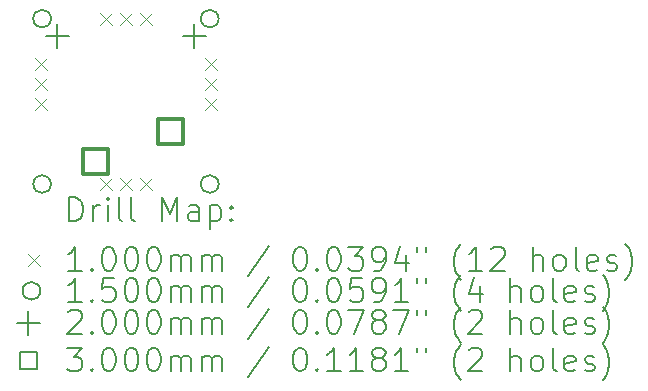
<source format=gbr>
%TF.GenerationSoftware,KiCad,Pcbnew,7.0.2*%
%TF.CreationDate,2023-05-08T22:38:28+02:00*%
%TF.ProjectId,verasity_PCB,76657261-7369-4747-995f-5043422e6b69,rev?*%
%TF.SameCoordinates,Original*%
%TF.FileFunction,Drillmap*%
%TF.FilePolarity,Positive*%
%FSLAX45Y45*%
G04 Gerber Fmt 4.5, Leading zero omitted, Abs format (unit mm)*
G04 Created by KiCad (PCBNEW 7.0.2) date 2023-05-08 22:38:28*
%MOMM*%
%LPD*%
G01*
G04 APERTURE LIST*
%ADD10C,0.200000*%
%ADD11C,0.100000*%
%ADD12C,0.150000*%
%ADD13C,0.300000*%
G04 APERTURE END LIST*
D10*
D11*
X3379375Y-9033000D02*
X3479375Y-9133000D01*
X3479375Y-9033000D02*
X3379375Y-9133000D01*
X3379375Y-9203000D02*
X3479375Y-9303000D01*
X3479375Y-9203000D02*
X3379375Y-9303000D01*
X3379375Y-9373000D02*
X3479375Y-9473000D01*
X3479375Y-9373000D02*
X3379375Y-9473000D01*
X3929375Y-8648000D02*
X4029375Y-8748000D01*
X4029375Y-8648000D02*
X3929375Y-8748000D01*
X3929375Y-10048000D02*
X4029375Y-10148000D01*
X4029375Y-10048000D02*
X3929375Y-10148000D01*
X4099375Y-8648000D02*
X4199375Y-8748000D01*
X4199375Y-8648000D02*
X4099375Y-8748000D01*
X4099375Y-10048000D02*
X4199375Y-10148000D01*
X4199375Y-10048000D02*
X4099375Y-10148000D01*
X4269375Y-8648000D02*
X4369375Y-8748000D01*
X4369375Y-8648000D02*
X4269375Y-8748000D01*
X4269375Y-10048000D02*
X4369375Y-10148000D01*
X4369375Y-10048000D02*
X4269375Y-10148000D01*
X4819375Y-9033000D02*
X4919375Y-9133000D01*
X4919375Y-9033000D02*
X4819375Y-9133000D01*
X4819375Y-9203000D02*
X4919375Y-9303000D01*
X4919375Y-9203000D02*
X4819375Y-9303000D01*
X4819375Y-9373000D02*
X4919375Y-9473000D01*
X4919375Y-9373000D02*
X4819375Y-9473000D01*
D12*
X3514375Y-8698000D02*
G75*
G03*
X3514375Y-8698000I-75000J0D01*
G01*
X3514375Y-10098000D02*
G75*
G03*
X3514375Y-10098000I-75000J0D01*
G01*
X4934375Y-8698000D02*
G75*
G03*
X4934375Y-8698000I-75000J0D01*
G01*
X4934375Y-10098000D02*
G75*
G03*
X4934375Y-10098000I-75000J0D01*
G01*
D10*
X3569375Y-8743000D02*
X3569375Y-8943000D01*
X3469375Y-8843000D02*
X3669375Y-8843000D01*
X4729375Y-8743000D02*
X4729375Y-8943000D01*
X4629375Y-8843000D02*
X4829375Y-8843000D01*
D13*
X4001442Y-10012067D02*
X4001442Y-9799933D01*
X3789308Y-9799933D01*
X3789308Y-10012067D01*
X4001442Y-10012067D01*
X4636442Y-9758067D02*
X4636442Y-9545933D01*
X4424308Y-9545933D01*
X4424308Y-9758067D01*
X4636442Y-9758067D01*
D10*
X3671494Y-10411024D02*
X3671494Y-10211024D01*
X3671494Y-10211024D02*
X3719113Y-10211024D01*
X3719113Y-10211024D02*
X3747684Y-10220548D01*
X3747684Y-10220548D02*
X3766732Y-10239595D01*
X3766732Y-10239595D02*
X3776256Y-10258643D01*
X3776256Y-10258643D02*
X3785780Y-10296738D01*
X3785780Y-10296738D02*
X3785780Y-10325310D01*
X3785780Y-10325310D02*
X3776256Y-10363405D01*
X3776256Y-10363405D02*
X3766732Y-10382452D01*
X3766732Y-10382452D02*
X3747684Y-10401500D01*
X3747684Y-10401500D02*
X3719113Y-10411024D01*
X3719113Y-10411024D02*
X3671494Y-10411024D01*
X3871494Y-10411024D02*
X3871494Y-10277690D01*
X3871494Y-10315786D02*
X3881018Y-10296738D01*
X3881018Y-10296738D02*
X3890542Y-10287214D01*
X3890542Y-10287214D02*
X3909589Y-10277690D01*
X3909589Y-10277690D02*
X3928637Y-10277690D01*
X3995303Y-10411024D02*
X3995303Y-10277690D01*
X3995303Y-10211024D02*
X3985780Y-10220548D01*
X3985780Y-10220548D02*
X3995303Y-10230071D01*
X3995303Y-10230071D02*
X4004827Y-10220548D01*
X4004827Y-10220548D02*
X3995303Y-10211024D01*
X3995303Y-10211024D02*
X3995303Y-10230071D01*
X4119113Y-10411024D02*
X4100065Y-10401500D01*
X4100065Y-10401500D02*
X4090542Y-10382452D01*
X4090542Y-10382452D02*
X4090542Y-10211024D01*
X4223875Y-10411024D02*
X4204827Y-10401500D01*
X4204827Y-10401500D02*
X4195304Y-10382452D01*
X4195304Y-10382452D02*
X4195304Y-10211024D01*
X4452446Y-10411024D02*
X4452446Y-10211024D01*
X4452446Y-10211024D02*
X4519113Y-10353881D01*
X4519113Y-10353881D02*
X4585780Y-10211024D01*
X4585780Y-10211024D02*
X4585780Y-10411024D01*
X4766732Y-10411024D02*
X4766732Y-10306262D01*
X4766732Y-10306262D02*
X4757208Y-10287214D01*
X4757208Y-10287214D02*
X4738161Y-10277690D01*
X4738161Y-10277690D02*
X4700065Y-10277690D01*
X4700065Y-10277690D02*
X4681018Y-10287214D01*
X4766732Y-10401500D02*
X4747685Y-10411024D01*
X4747685Y-10411024D02*
X4700065Y-10411024D01*
X4700065Y-10411024D02*
X4681018Y-10401500D01*
X4681018Y-10401500D02*
X4671494Y-10382452D01*
X4671494Y-10382452D02*
X4671494Y-10363405D01*
X4671494Y-10363405D02*
X4681018Y-10344357D01*
X4681018Y-10344357D02*
X4700065Y-10334833D01*
X4700065Y-10334833D02*
X4747685Y-10334833D01*
X4747685Y-10334833D02*
X4766732Y-10325310D01*
X4861970Y-10277690D02*
X4861970Y-10477690D01*
X4861970Y-10287214D02*
X4881018Y-10277690D01*
X4881018Y-10277690D02*
X4919113Y-10277690D01*
X4919113Y-10277690D02*
X4938161Y-10287214D01*
X4938161Y-10287214D02*
X4947685Y-10296738D01*
X4947685Y-10296738D02*
X4957208Y-10315786D01*
X4957208Y-10315786D02*
X4957208Y-10372929D01*
X4957208Y-10372929D02*
X4947685Y-10391976D01*
X4947685Y-10391976D02*
X4938161Y-10401500D01*
X4938161Y-10401500D02*
X4919113Y-10411024D01*
X4919113Y-10411024D02*
X4881018Y-10411024D01*
X4881018Y-10411024D02*
X4861970Y-10401500D01*
X5042923Y-10391976D02*
X5052446Y-10401500D01*
X5052446Y-10401500D02*
X5042923Y-10411024D01*
X5042923Y-10411024D02*
X5033399Y-10401500D01*
X5033399Y-10401500D02*
X5042923Y-10391976D01*
X5042923Y-10391976D02*
X5042923Y-10411024D01*
X5042923Y-10287214D02*
X5052446Y-10296738D01*
X5052446Y-10296738D02*
X5042923Y-10306262D01*
X5042923Y-10306262D02*
X5033399Y-10296738D01*
X5033399Y-10296738D02*
X5042923Y-10287214D01*
X5042923Y-10287214D02*
X5042923Y-10306262D01*
D11*
X3323875Y-10688500D02*
X3423875Y-10788500D01*
X3423875Y-10688500D02*
X3323875Y-10788500D01*
D10*
X3776256Y-10831024D02*
X3661970Y-10831024D01*
X3719113Y-10831024D02*
X3719113Y-10631024D01*
X3719113Y-10631024D02*
X3700065Y-10659595D01*
X3700065Y-10659595D02*
X3681018Y-10678643D01*
X3681018Y-10678643D02*
X3661970Y-10688167D01*
X3861970Y-10811976D02*
X3871494Y-10821500D01*
X3871494Y-10821500D02*
X3861970Y-10831024D01*
X3861970Y-10831024D02*
X3852446Y-10821500D01*
X3852446Y-10821500D02*
X3861970Y-10811976D01*
X3861970Y-10811976D02*
X3861970Y-10831024D01*
X3995303Y-10631024D02*
X4014351Y-10631024D01*
X4014351Y-10631024D02*
X4033399Y-10640548D01*
X4033399Y-10640548D02*
X4042923Y-10650071D01*
X4042923Y-10650071D02*
X4052446Y-10669119D01*
X4052446Y-10669119D02*
X4061970Y-10707214D01*
X4061970Y-10707214D02*
X4061970Y-10754833D01*
X4061970Y-10754833D02*
X4052446Y-10792929D01*
X4052446Y-10792929D02*
X4042923Y-10811976D01*
X4042923Y-10811976D02*
X4033399Y-10821500D01*
X4033399Y-10821500D02*
X4014351Y-10831024D01*
X4014351Y-10831024D02*
X3995303Y-10831024D01*
X3995303Y-10831024D02*
X3976256Y-10821500D01*
X3976256Y-10821500D02*
X3966732Y-10811976D01*
X3966732Y-10811976D02*
X3957208Y-10792929D01*
X3957208Y-10792929D02*
X3947684Y-10754833D01*
X3947684Y-10754833D02*
X3947684Y-10707214D01*
X3947684Y-10707214D02*
X3957208Y-10669119D01*
X3957208Y-10669119D02*
X3966732Y-10650071D01*
X3966732Y-10650071D02*
X3976256Y-10640548D01*
X3976256Y-10640548D02*
X3995303Y-10631024D01*
X4185780Y-10631024D02*
X4204827Y-10631024D01*
X4204827Y-10631024D02*
X4223875Y-10640548D01*
X4223875Y-10640548D02*
X4233399Y-10650071D01*
X4233399Y-10650071D02*
X4242923Y-10669119D01*
X4242923Y-10669119D02*
X4252446Y-10707214D01*
X4252446Y-10707214D02*
X4252446Y-10754833D01*
X4252446Y-10754833D02*
X4242923Y-10792929D01*
X4242923Y-10792929D02*
X4233399Y-10811976D01*
X4233399Y-10811976D02*
X4223875Y-10821500D01*
X4223875Y-10821500D02*
X4204827Y-10831024D01*
X4204827Y-10831024D02*
X4185780Y-10831024D01*
X4185780Y-10831024D02*
X4166732Y-10821500D01*
X4166732Y-10821500D02*
X4157208Y-10811976D01*
X4157208Y-10811976D02*
X4147684Y-10792929D01*
X4147684Y-10792929D02*
X4138161Y-10754833D01*
X4138161Y-10754833D02*
X4138161Y-10707214D01*
X4138161Y-10707214D02*
X4147684Y-10669119D01*
X4147684Y-10669119D02*
X4157208Y-10650071D01*
X4157208Y-10650071D02*
X4166732Y-10640548D01*
X4166732Y-10640548D02*
X4185780Y-10631024D01*
X4376256Y-10631024D02*
X4395304Y-10631024D01*
X4395304Y-10631024D02*
X4414351Y-10640548D01*
X4414351Y-10640548D02*
X4423875Y-10650071D01*
X4423875Y-10650071D02*
X4433399Y-10669119D01*
X4433399Y-10669119D02*
X4442923Y-10707214D01*
X4442923Y-10707214D02*
X4442923Y-10754833D01*
X4442923Y-10754833D02*
X4433399Y-10792929D01*
X4433399Y-10792929D02*
X4423875Y-10811976D01*
X4423875Y-10811976D02*
X4414351Y-10821500D01*
X4414351Y-10821500D02*
X4395304Y-10831024D01*
X4395304Y-10831024D02*
X4376256Y-10831024D01*
X4376256Y-10831024D02*
X4357208Y-10821500D01*
X4357208Y-10821500D02*
X4347685Y-10811976D01*
X4347685Y-10811976D02*
X4338161Y-10792929D01*
X4338161Y-10792929D02*
X4328637Y-10754833D01*
X4328637Y-10754833D02*
X4328637Y-10707214D01*
X4328637Y-10707214D02*
X4338161Y-10669119D01*
X4338161Y-10669119D02*
X4347685Y-10650071D01*
X4347685Y-10650071D02*
X4357208Y-10640548D01*
X4357208Y-10640548D02*
X4376256Y-10631024D01*
X4528637Y-10831024D02*
X4528637Y-10697690D01*
X4528637Y-10716738D02*
X4538161Y-10707214D01*
X4538161Y-10707214D02*
X4557208Y-10697690D01*
X4557208Y-10697690D02*
X4585780Y-10697690D01*
X4585780Y-10697690D02*
X4604827Y-10707214D01*
X4604827Y-10707214D02*
X4614351Y-10726262D01*
X4614351Y-10726262D02*
X4614351Y-10831024D01*
X4614351Y-10726262D02*
X4623875Y-10707214D01*
X4623875Y-10707214D02*
X4642923Y-10697690D01*
X4642923Y-10697690D02*
X4671494Y-10697690D01*
X4671494Y-10697690D02*
X4690542Y-10707214D01*
X4690542Y-10707214D02*
X4700066Y-10726262D01*
X4700066Y-10726262D02*
X4700066Y-10831024D01*
X4795304Y-10831024D02*
X4795304Y-10697690D01*
X4795304Y-10716738D02*
X4804827Y-10707214D01*
X4804827Y-10707214D02*
X4823875Y-10697690D01*
X4823875Y-10697690D02*
X4852447Y-10697690D01*
X4852447Y-10697690D02*
X4871494Y-10707214D01*
X4871494Y-10707214D02*
X4881018Y-10726262D01*
X4881018Y-10726262D02*
X4881018Y-10831024D01*
X4881018Y-10726262D02*
X4890542Y-10707214D01*
X4890542Y-10707214D02*
X4909589Y-10697690D01*
X4909589Y-10697690D02*
X4938161Y-10697690D01*
X4938161Y-10697690D02*
X4957208Y-10707214D01*
X4957208Y-10707214D02*
X4966732Y-10726262D01*
X4966732Y-10726262D02*
X4966732Y-10831024D01*
X5357208Y-10621500D02*
X5185780Y-10878643D01*
X5614351Y-10631024D02*
X5633399Y-10631024D01*
X5633399Y-10631024D02*
X5652447Y-10640548D01*
X5652447Y-10640548D02*
X5661970Y-10650071D01*
X5661970Y-10650071D02*
X5671494Y-10669119D01*
X5671494Y-10669119D02*
X5681018Y-10707214D01*
X5681018Y-10707214D02*
X5681018Y-10754833D01*
X5681018Y-10754833D02*
X5671494Y-10792929D01*
X5671494Y-10792929D02*
X5661970Y-10811976D01*
X5661970Y-10811976D02*
X5652447Y-10821500D01*
X5652447Y-10821500D02*
X5633399Y-10831024D01*
X5633399Y-10831024D02*
X5614351Y-10831024D01*
X5614351Y-10831024D02*
X5595304Y-10821500D01*
X5595304Y-10821500D02*
X5585780Y-10811976D01*
X5585780Y-10811976D02*
X5576256Y-10792929D01*
X5576256Y-10792929D02*
X5566732Y-10754833D01*
X5566732Y-10754833D02*
X5566732Y-10707214D01*
X5566732Y-10707214D02*
X5576256Y-10669119D01*
X5576256Y-10669119D02*
X5585780Y-10650071D01*
X5585780Y-10650071D02*
X5595304Y-10640548D01*
X5595304Y-10640548D02*
X5614351Y-10631024D01*
X5766732Y-10811976D02*
X5776256Y-10821500D01*
X5776256Y-10821500D02*
X5766732Y-10831024D01*
X5766732Y-10831024D02*
X5757208Y-10821500D01*
X5757208Y-10821500D02*
X5766732Y-10811976D01*
X5766732Y-10811976D02*
X5766732Y-10831024D01*
X5900066Y-10631024D02*
X5919113Y-10631024D01*
X5919113Y-10631024D02*
X5938161Y-10640548D01*
X5938161Y-10640548D02*
X5947685Y-10650071D01*
X5947685Y-10650071D02*
X5957208Y-10669119D01*
X5957208Y-10669119D02*
X5966732Y-10707214D01*
X5966732Y-10707214D02*
X5966732Y-10754833D01*
X5966732Y-10754833D02*
X5957208Y-10792929D01*
X5957208Y-10792929D02*
X5947685Y-10811976D01*
X5947685Y-10811976D02*
X5938161Y-10821500D01*
X5938161Y-10821500D02*
X5919113Y-10831024D01*
X5919113Y-10831024D02*
X5900066Y-10831024D01*
X5900066Y-10831024D02*
X5881018Y-10821500D01*
X5881018Y-10821500D02*
X5871494Y-10811976D01*
X5871494Y-10811976D02*
X5861970Y-10792929D01*
X5861970Y-10792929D02*
X5852447Y-10754833D01*
X5852447Y-10754833D02*
X5852447Y-10707214D01*
X5852447Y-10707214D02*
X5861970Y-10669119D01*
X5861970Y-10669119D02*
X5871494Y-10650071D01*
X5871494Y-10650071D02*
X5881018Y-10640548D01*
X5881018Y-10640548D02*
X5900066Y-10631024D01*
X6033399Y-10631024D02*
X6157208Y-10631024D01*
X6157208Y-10631024D02*
X6090542Y-10707214D01*
X6090542Y-10707214D02*
X6119113Y-10707214D01*
X6119113Y-10707214D02*
X6138161Y-10716738D01*
X6138161Y-10716738D02*
X6147685Y-10726262D01*
X6147685Y-10726262D02*
X6157208Y-10745310D01*
X6157208Y-10745310D02*
X6157208Y-10792929D01*
X6157208Y-10792929D02*
X6147685Y-10811976D01*
X6147685Y-10811976D02*
X6138161Y-10821500D01*
X6138161Y-10821500D02*
X6119113Y-10831024D01*
X6119113Y-10831024D02*
X6061970Y-10831024D01*
X6061970Y-10831024D02*
X6042923Y-10821500D01*
X6042923Y-10821500D02*
X6033399Y-10811976D01*
X6252447Y-10831024D02*
X6290542Y-10831024D01*
X6290542Y-10831024D02*
X6309589Y-10821500D01*
X6309589Y-10821500D02*
X6319113Y-10811976D01*
X6319113Y-10811976D02*
X6338161Y-10783405D01*
X6338161Y-10783405D02*
X6347685Y-10745310D01*
X6347685Y-10745310D02*
X6347685Y-10669119D01*
X6347685Y-10669119D02*
X6338161Y-10650071D01*
X6338161Y-10650071D02*
X6328637Y-10640548D01*
X6328637Y-10640548D02*
X6309589Y-10631024D01*
X6309589Y-10631024D02*
X6271494Y-10631024D01*
X6271494Y-10631024D02*
X6252447Y-10640548D01*
X6252447Y-10640548D02*
X6242923Y-10650071D01*
X6242923Y-10650071D02*
X6233399Y-10669119D01*
X6233399Y-10669119D02*
X6233399Y-10716738D01*
X6233399Y-10716738D02*
X6242923Y-10735786D01*
X6242923Y-10735786D02*
X6252447Y-10745310D01*
X6252447Y-10745310D02*
X6271494Y-10754833D01*
X6271494Y-10754833D02*
X6309589Y-10754833D01*
X6309589Y-10754833D02*
X6328637Y-10745310D01*
X6328637Y-10745310D02*
X6338161Y-10735786D01*
X6338161Y-10735786D02*
X6347685Y-10716738D01*
X6519113Y-10697690D02*
X6519113Y-10831024D01*
X6471494Y-10621500D02*
X6423875Y-10764357D01*
X6423875Y-10764357D02*
X6547685Y-10764357D01*
X6614351Y-10631024D02*
X6614351Y-10669119D01*
X6690542Y-10631024D02*
X6690542Y-10669119D01*
X6985780Y-10907214D02*
X6976256Y-10897690D01*
X6976256Y-10897690D02*
X6957209Y-10869119D01*
X6957209Y-10869119D02*
X6947685Y-10850071D01*
X6947685Y-10850071D02*
X6938161Y-10821500D01*
X6938161Y-10821500D02*
X6928637Y-10773881D01*
X6928637Y-10773881D02*
X6928637Y-10735786D01*
X6928637Y-10735786D02*
X6938161Y-10688167D01*
X6938161Y-10688167D02*
X6947685Y-10659595D01*
X6947685Y-10659595D02*
X6957209Y-10640548D01*
X6957209Y-10640548D02*
X6976256Y-10611976D01*
X6976256Y-10611976D02*
X6985780Y-10602452D01*
X7166732Y-10831024D02*
X7052447Y-10831024D01*
X7109589Y-10831024D02*
X7109589Y-10631024D01*
X7109589Y-10631024D02*
X7090542Y-10659595D01*
X7090542Y-10659595D02*
X7071494Y-10678643D01*
X7071494Y-10678643D02*
X7052447Y-10688167D01*
X7242923Y-10650071D02*
X7252447Y-10640548D01*
X7252447Y-10640548D02*
X7271494Y-10631024D01*
X7271494Y-10631024D02*
X7319113Y-10631024D01*
X7319113Y-10631024D02*
X7338161Y-10640548D01*
X7338161Y-10640548D02*
X7347685Y-10650071D01*
X7347685Y-10650071D02*
X7357209Y-10669119D01*
X7357209Y-10669119D02*
X7357209Y-10688167D01*
X7357209Y-10688167D02*
X7347685Y-10716738D01*
X7347685Y-10716738D02*
X7233399Y-10831024D01*
X7233399Y-10831024D02*
X7357209Y-10831024D01*
X7595304Y-10831024D02*
X7595304Y-10631024D01*
X7681018Y-10831024D02*
X7681018Y-10726262D01*
X7681018Y-10726262D02*
X7671494Y-10707214D01*
X7671494Y-10707214D02*
X7652447Y-10697690D01*
X7652447Y-10697690D02*
X7623875Y-10697690D01*
X7623875Y-10697690D02*
X7604828Y-10707214D01*
X7604828Y-10707214D02*
X7595304Y-10716738D01*
X7804828Y-10831024D02*
X7785780Y-10821500D01*
X7785780Y-10821500D02*
X7776256Y-10811976D01*
X7776256Y-10811976D02*
X7766732Y-10792929D01*
X7766732Y-10792929D02*
X7766732Y-10735786D01*
X7766732Y-10735786D02*
X7776256Y-10716738D01*
X7776256Y-10716738D02*
X7785780Y-10707214D01*
X7785780Y-10707214D02*
X7804828Y-10697690D01*
X7804828Y-10697690D02*
X7833399Y-10697690D01*
X7833399Y-10697690D02*
X7852447Y-10707214D01*
X7852447Y-10707214D02*
X7861971Y-10716738D01*
X7861971Y-10716738D02*
X7871494Y-10735786D01*
X7871494Y-10735786D02*
X7871494Y-10792929D01*
X7871494Y-10792929D02*
X7861971Y-10811976D01*
X7861971Y-10811976D02*
X7852447Y-10821500D01*
X7852447Y-10821500D02*
X7833399Y-10831024D01*
X7833399Y-10831024D02*
X7804828Y-10831024D01*
X7985780Y-10831024D02*
X7966732Y-10821500D01*
X7966732Y-10821500D02*
X7957209Y-10802452D01*
X7957209Y-10802452D02*
X7957209Y-10631024D01*
X8138161Y-10821500D02*
X8119113Y-10831024D01*
X8119113Y-10831024D02*
X8081018Y-10831024D01*
X8081018Y-10831024D02*
X8061971Y-10821500D01*
X8061971Y-10821500D02*
X8052447Y-10802452D01*
X8052447Y-10802452D02*
X8052447Y-10726262D01*
X8052447Y-10726262D02*
X8061971Y-10707214D01*
X8061971Y-10707214D02*
X8081018Y-10697690D01*
X8081018Y-10697690D02*
X8119113Y-10697690D01*
X8119113Y-10697690D02*
X8138161Y-10707214D01*
X8138161Y-10707214D02*
X8147685Y-10726262D01*
X8147685Y-10726262D02*
X8147685Y-10745310D01*
X8147685Y-10745310D02*
X8052447Y-10764357D01*
X8223875Y-10821500D02*
X8242923Y-10831024D01*
X8242923Y-10831024D02*
X8281018Y-10831024D01*
X8281018Y-10831024D02*
X8300066Y-10821500D01*
X8300066Y-10821500D02*
X8309590Y-10802452D01*
X8309590Y-10802452D02*
X8309590Y-10792929D01*
X8309590Y-10792929D02*
X8300066Y-10773881D01*
X8300066Y-10773881D02*
X8281018Y-10764357D01*
X8281018Y-10764357D02*
X8252447Y-10764357D01*
X8252447Y-10764357D02*
X8233399Y-10754833D01*
X8233399Y-10754833D02*
X8223875Y-10735786D01*
X8223875Y-10735786D02*
X8223875Y-10726262D01*
X8223875Y-10726262D02*
X8233399Y-10707214D01*
X8233399Y-10707214D02*
X8252447Y-10697690D01*
X8252447Y-10697690D02*
X8281018Y-10697690D01*
X8281018Y-10697690D02*
X8300066Y-10707214D01*
X8376256Y-10907214D02*
X8385780Y-10897690D01*
X8385780Y-10897690D02*
X8404828Y-10869119D01*
X8404828Y-10869119D02*
X8414352Y-10850071D01*
X8414352Y-10850071D02*
X8423875Y-10821500D01*
X8423875Y-10821500D02*
X8433399Y-10773881D01*
X8433399Y-10773881D02*
X8433399Y-10735786D01*
X8433399Y-10735786D02*
X8423875Y-10688167D01*
X8423875Y-10688167D02*
X8414352Y-10659595D01*
X8414352Y-10659595D02*
X8404828Y-10640548D01*
X8404828Y-10640548D02*
X8385780Y-10611976D01*
X8385780Y-10611976D02*
X8376256Y-10602452D01*
D12*
X3423875Y-11002500D02*
G75*
G03*
X3423875Y-11002500I-75000J0D01*
G01*
D10*
X3776256Y-11095024D02*
X3661970Y-11095024D01*
X3719113Y-11095024D02*
X3719113Y-10895024D01*
X3719113Y-10895024D02*
X3700065Y-10923595D01*
X3700065Y-10923595D02*
X3681018Y-10942643D01*
X3681018Y-10942643D02*
X3661970Y-10952167D01*
X3861970Y-11075976D02*
X3871494Y-11085500D01*
X3871494Y-11085500D02*
X3861970Y-11095024D01*
X3861970Y-11095024D02*
X3852446Y-11085500D01*
X3852446Y-11085500D02*
X3861970Y-11075976D01*
X3861970Y-11075976D02*
X3861970Y-11095024D01*
X4052446Y-10895024D02*
X3957208Y-10895024D01*
X3957208Y-10895024D02*
X3947684Y-10990262D01*
X3947684Y-10990262D02*
X3957208Y-10980738D01*
X3957208Y-10980738D02*
X3976256Y-10971214D01*
X3976256Y-10971214D02*
X4023875Y-10971214D01*
X4023875Y-10971214D02*
X4042923Y-10980738D01*
X4042923Y-10980738D02*
X4052446Y-10990262D01*
X4052446Y-10990262D02*
X4061970Y-11009310D01*
X4061970Y-11009310D02*
X4061970Y-11056929D01*
X4061970Y-11056929D02*
X4052446Y-11075976D01*
X4052446Y-11075976D02*
X4042923Y-11085500D01*
X4042923Y-11085500D02*
X4023875Y-11095024D01*
X4023875Y-11095024D02*
X3976256Y-11095024D01*
X3976256Y-11095024D02*
X3957208Y-11085500D01*
X3957208Y-11085500D02*
X3947684Y-11075976D01*
X4185780Y-10895024D02*
X4204827Y-10895024D01*
X4204827Y-10895024D02*
X4223875Y-10904548D01*
X4223875Y-10904548D02*
X4233399Y-10914071D01*
X4233399Y-10914071D02*
X4242923Y-10933119D01*
X4242923Y-10933119D02*
X4252446Y-10971214D01*
X4252446Y-10971214D02*
X4252446Y-11018833D01*
X4252446Y-11018833D02*
X4242923Y-11056929D01*
X4242923Y-11056929D02*
X4233399Y-11075976D01*
X4233399Y-11075976D02*
X4223875Y-11085500D01*
X4223875Y-11085500D02*
X4204827Y-11095024D01*
X4204827Y-11095024D02*
X4185780Y-11095024D01*
X4185780Y-11095024D02*
X4166732Y-11085500D01*
X4166732Y-11085500D02*
X4157208Y-11075976D01*
X4157208Y-11075976D02*
X4147684Y-11056929D01*
X4147684Y-11056929D02*
X4138161Y-11018833D01*
X4138161Y-11018833D02*
X4138161Y-10971214D01*
X4138161Y-10971214D02*
X4147684Y-10933119D01*
X4147684Y-10933119D02*
X4157208Y-10914071D01*
X4157208Y-10914071D02*
X4166732Y-10904548D01*
X4166732Y-10904548D02*
X4185780Y-10895024D01*
X4376256Y-10895024D02*
X4395304Y-10895024D01*
X4395304Y-10895024D02*
X4414351Y-10904548D01*
X4414351Y-10904548D02*
X4423875Y-10914071D01*
X4423875Y-10914071D02*
X4433399Y-10933119D01*
X4433399Y-10933119D02*
X4442923Y-10971214D01*
X4442923Y-10971214D02*
X4442923Y-11018833D01*
X4442923Y-11018833D02*
X4433399Y-11056929D01*
X4433399Y-11056929D02*
X4423875Y-11075976D01*
X4423875Y-11075976D02*
X4414351Y-11085500D01*
X4414351Y-11085500D02*
X4395304Y-11095024D01*
X4395304Y-11095024D02*
X4376256Y-11095024D01*
X4376256Y-11095024D02*
X4357208Y-11085500D01*
X4357208Y-11085500D02*
X4347685Y-11075976D01*
X4347685Y-11075976D02*
X4338161Y-11056929D01*
X4338161Y-11056929D02*
X4328637Y-11018833D01*
X4328637Y-11018833D02*
X4328637Y-10971214D01*
X4328637Y-10971214D02*
X4338161Y-10933119D01*
X4338161Y-10933119D02*
X4347685Y-10914071D01*
X4347685Y-10914071D02*
X4357208Y-10904548D01*
X4357208Y-10904548D02*
X4376256Y-10895024D01*
X4528637Y-11095024D02*
X4528637Y-10961690D01*
X4528637Y-10980738D02*
X4538161Y-10971214D01*
X4538161Y-10971214D02*
X4557208Y-10961690D01*
X4557208Y-10961690D02*
X4585780Y-10961690D01*
X4585780Y-10961690D02*
X4604827Y-10971214D01*
X4604827Y-10971214D02*
X4614351Y-10990262D01*
X4614351Y-10990262D02*
X4614351Y-11095024D01*
X4614351Y-10990262D02*
X4623875Y-10971214D01*
X4623875Y-10971214D02*
X4642923Y-10961690D01*
X4642923Y-10961690D02*
X4671494Y-10961690D01*
X4671494Y-10961690D02*
X4690542Y-10971214D01*
X4690542Y-10971214D02*
X4700066Y-10990262D01*
X4700066Y-10990262D02*
X4700066Y-11095024D01*
X4795304Y-11095024D02*
X4795304Y-10961690D01*
X4795304Y-10980738D02*
X4804827Y-10971214D01*
X4804827Y-10971214D02*
X4823875Y-10961690D01*
X4823875Y-10961690D02*
X4852447Y-10961690D01*
X4852447Y-10961690D02*
X4871494Y-10971214D01*
X4871494Y-10971214D02*
X4881018Y-10990262D01*
X4881018Y-10990262D02*
X4881018Y-11095024D01*
X4881018Y-10990262D02*
X4890542Y-10971214D01*
X4890542Y-10971214D02*
X4909589Y-10961690D01*
X4909589Y-10961690D02*
X4938161Y-10961690D01*
X4938161Y-10961690D02*
X4957208Y-10971214D01*
X4957208Y-10971214D02*
X4966732Y-10990262D01*
X4966732Y-10990262D02*
X4966732Y-11095024D01*
X5357208Y-10885500D02*
X5185780Y-11142643D01*
X5614351Y-10895024D02*
X5633399Y-10895024D01*
X5633399Y-10895024D02*
X5652447Y-10904548D01*
X5652447Y-10904548D02*
X5661970Y-10914071D01*
X5661970Y-10914071D02*
X5671494Y-10933119D01*
X5671494Y-10933119D02*
X5681018Y-10971214D01*
X5681018Y-10971214D02*
X5681018Y-11018833D01*
X5681018Y-11018833D02*
X5671494Y-11056929D01*
X5671494Y-11056929D02*
X5661970Y-11075976D01*
X5661970Y-11075976D02*
X5652447Y-11085500D01*
X5652447Y-11085500D02*
X5633399Y-11095024D01*
X5633399Y-11095024D02*
X5614351Y-11095024D01*
X5614351Y-11095024D02*
X5595304Y-11085500D01*
X5595304Y-11085500D02*
X5585780Y-11075976D01*
X5585780Y-11075976D02*
X5576256Y-11056929D01*
X5576256Y-11056929D02*
X5566732Y-11018833D01*
X5566732Y-11018833D02*
X5566732Y-10971214D01*
X5566732Y-10971214D02*
X5576256Y-10933119D01*
X5576256Y-10933119D02*
X5585780Y-10914071D01*
X5585780Y-10914071D02*
X5595304Y-10904548D01*
X5595304Y-10904548D02*
X5614351Y-10895024D01*
X5766732Y-11075976D02*
X5776256Y-11085500D01*
X5776256Y-11085500D02*
X5766732Y-11095024D01*
X5766732Y-11095024D02*
X5757208Y-11085500D01*
X5757208Y-11085500D02*
X5766732Y-11075976D01*
X5766732Y-11075976D02*
X5766732Y-11095024D01*
X5900066Y-10895024D02*
X5919113Y-10895024D01*
X5919113Y-10895024D02*
X5938161Y-10904548D01*
X5938161Y-10904548D02*
X5947685Y-10914071D01*
X5947685Y-10914071D02*
X5957208Y-10933119D01*
X5957208Y-10933119D02*
X5966732Y-10971214D01*
X5966732Y-10971214D02*
X5966732Y-11018833D01*
X5966732Y-11018833D02*
X5957208Y-11056929D01*
X5957208Y-11056929D02*
X5947685Y-11075976D01*
X5947685Y-11075976D02*
X5938161Y-11085500D01*
X5938161Y-11085500D02*
X5919113Y-11095024D01*
X5919113Y-11095024D02*
X5900066Y-11095024D01*
X5900066Y-11095024D02*
X5881018Y-11085500D01*
X5881018Y-11085500D02*
X5871494Y-11075976D01*
X5871494Y-11075976D02*
X5861970Y-11056929D01*
X5861970Y-11056929D02*
X5852447Y-11018833D01*
X5852447Y-11018833D02*
X5852447Y-10971214D01*
X5852447Y-10971214D02*
X5861970Y-10933119D01*
X5861970Y-10933119D02*
X5871494Y-10914071D01*
X5871494Y-10914071D02*
X5881018Y-10904548D01*
X5881018Y-10904548D02*
X5900066Y-10895024D01*
X6147685Y-10895024D02*
X6052447Y-10895024D01*
X6052447Y-10895024D02*
X6042923Y-10990262D01*
X6042923Y-10990262D02*
X6052447Y-10980738D01*
X6052447Y-10980738D02*
X6071494Y-10971214D01*
X6071494Y-10971214D02*
X6119113Y-10971214D01*
X6119113Y-10971214D02*
X6138161Y-10980738D01*
X6138161Y-10980738D02*
X6147685Y-10990262D01*
X6147685Y-10990262D02*
X6157208Y-11009310D01*
X6157208Y-11009310D02*
X6157208Y-11056929D01*
X6157208Y-11056929D02*
X6147685Y-11075976D01*
X6147685Y-11075976D02*
X6138161Y-11085500D01*
X6138161Y-11085500D02*
X6119113Y-11095024D01*
X6119113Y-11095024D02*
X6071494Y-11095024D01*
X6071494Y-11095024D02*
X6052447Y-11085500D01*
X6052447Y-11085500D02*
X6042923Y-11075976D01*
X6252447Y-11095024D02*
X6290542Y-11095024D01*
X6290542Y-11095024D02*
X6309589Y-11085500D01*
X6309589Y-11085500D02*
X6319113Y-11075976D01*
X6319113Y-11075976D02*
X6338161Y-11047405D01*
X6338161Y-11047405D02*
X6347685Y-11009310D01*
X6347685Y-11009310D02*
X6347685Y-10933119D01*
X6347685Y-10933119D02*
X6338161Y-10914071D01*
X6338161Y-10914071D02*
X6328637Y-10904548D01*
X6328637Y-10904548D02*
X6309589Y-10895024D01*
X6309589Y-10895024D02*
X6271494Y-10895024D01*
X6271494Y-10895024D02*
X6252447Y-10904548D01*
X6252447Y-10904548D02*
X6242923Y-10914071D01*
X6242923Y-10914071D02*
X6233399Y-10933119D01*
X6233399Y-10933119D02*
X6233399Y-10980738D01*
X6233399Y-10980738D02*
X6242923Y-10999786D01*
X6242923Y-10999786D02*
X6252447Y-11009310D01*
X6252447Y-11009310D02*
X6271494Y-11018833D01*
X6271494Y-11018833D02*
X6309589Y-11018833D01*
X6309589Y-11018833D02*
X6328637Y-11009310D01*
X6328637Y-11009310D02*
X6338161Y-10999786D01*
X6338161Y-10999786D02*
X6347685Y-10980738D01*
X6538161Y-11095024D02*
X6423875Y-11095024D01*
X6481018Y-11095024D02*
X6481018Y-10895024D01*
X6481018Y-10895024D02*
X6461970Y-10923595D01*
X6461970Y-10923595D02*
X6442923Y-10942643D01*
X6442923Y-10942643D02*
X6423875Y-10952167D01*
X6614351Y-10895024D02*
X6614351Y-10933119D01*
X6690542Y-10895024D02*
X6690542Y-10933119D01*
X6985780Y-11171214D02*
X6976256Y-11161690D01*
X6976256Y-11161690D02*
X6957209Y-11133119D01*
X6957209Y-11133119D02*
X6947685Y-11114071D01*
X6947685Y-11114071D02*
X6938161Y-11085500D01*
X6938161Y-11085500D02*
X6928637Y-11037881D01*
X6928637Y-11037881D02*
X6928637Y-10999786D01*
X6928637Y-10999786D02*
X6938161Y-10952167D01*
X6938161Y-10952167D02*
X6947685Y-10923595D01*
X6947685Y-10923595D02*
X6957209Y-10904548D01*
X6957209Y-10904548D02*
X6976256Y-10875976D01*
X6976256Y-10875976D02*
X6985780Y-10866452D01*
X7147685Y-10961690D02*
X7147685Y-11095024D01*
X7100066Y-10885500D02*
X7052447Y-11028357D01*
X7052447Y-11028357D02*
X7176256Y-11028357D01*
X7404828Y-11095024D02*
X7404828Y-10895024D01*
X7490542Y-11095024D02*
X7490542Y-10990262D01*
X7490542Y-10990262D02*
X7481018Y-10971214D01*
X7481018Y-10971214D02*
X7461971Y-10961690D01*
X7461971Y-10961690D02*
X7433399Y-10961690D01*
X7433399Y-10961690D02*
X7414351Y-10971214D01*
X7414351Y-10971214D02*
X7404828Y-10980738D01*
X7614351Y-11095024D02*
X7595304Y-11085500D01*
X7595304Y-11085500D02*
X7585780Y-11075976D01*
X7585780Y-11075976D02*
X7576256Y-11056929D01*
X7576256Y-11056929D02*
X7576256Y-10999786D01*
X7576256Y-10999786D02*
X7585780Y-10980738D01*
X7585780Y-10980738D02*
X7595304Y-10971214D01*
X7595304Y-10971214D02*
X7614351Y-10961690D01*
X7614351Y-10961690D02*
X7642923Y-10961690D01*
X7642923Y-10961690D02*
X7661971Y-10971214D01*
X7661971Y-10971214D02*
X7671494Y-10980738D01*
X7671494Y-10980738D02*
X7681018Y-10999786D01*
X7681018Y-10999786D02*
X7681018Y-11056929D01*
X7681018Y-11056929D02*
X7671494Y-11075976D01*
X7671494Y-11075976D02*
X7661971Y-11085500D01*
X7661971Y-11085500D02*
X7642923Y-11095024D01*
X7642923Y-11095024D02*
X7614351Y-11095024D01*
X7795304Y-11095024D02*
X7776256Y-11085500D01*
X7776256Y-11085500D02*
X7766732Y-11066452D01*
X7766732Y-11066452D02*
X7766732Y-10895024D01*
X7947685Y-11085500D02*
X7928637Y-11095024D01*
X7928637Y-11095024D02*
X7890542Y-11095024D01*
X7890542Y-11095024D02*
X7871494Y-11085500D01*
X7871494Y-11085500D02*
X7861971Y-11066452D01*
X7861971Y-11066452D02*
X7861971Y-10990262D01*
X7861971Y-10990262D02*
X7871494Y-10971214D01*
X7871494Y-10971214D02*
X7890542Y-10961690D01*
X7890542Y-10961690D02*
X7928637Y-10961690D01*
X7928637Y-10961690D02*
X7947685Y-10971214D01*
X7947685Y-10971214D02*
X7957209Y-10990262D01*
X7957209Y-10990262D02*
X7957209Y-11009310D01*
X7957209Y-11009310D02*
X7861971Y-11028357D01*
X8033399Y-11085500D02*
X8052447Y-11095024D01*
X8052447Y-11095024D02*
X8090542Y-11095024D01*
X8090542Y-11095024D02*
X8109590Y-11085500D01*
X8109590Y-11085500D02*
X8119113Y-11066452D01*
X8119113Y-11066452D02*
X8119113Y-11056929D01*
X8119113Y-11056929D02*
X8109590Y-11037881D01*
X8109590Y-11037881D02*
X8090542Y-11028357D01*
X8090542Y-11028357D02*
X8061971Y-11028357D01*
X8061971Y-11028357D02*
X8042923Y-11018833D01*
X8042923Y-11018833D02*
X8033399Y-10999786D01*
X8033399Y-10999786D02*
X8033399Y-10990262D01*
X8033399Y-10990262D02*
X8042923Y-10971214D01*
X8042923Y-10971214D02*
X8061971Y-10961690D01*
X8061971Y-10961690D02*
X8090542Y-10961690D01*
X8090542Y-10961690D02*
X8109590Y-10971214D01*
X8185780Y-11171214D02*
X8195304Y-11161690D01*
X8195304Y-11161690D02*
X8214352Y-11133119D01*
X8214352Y-11133119D02*
X8223875Y-11114071D01*
X8223875Y-11114071D02*
X8233399Y-11085500D01*
X8233399Y-11085500D02*
X8242923Y-11037881D01*
X8242923Y-11037881D02*
X8242923Y-10999786D01*
X8242923Y-10999786D02*
X8233399Y-10952167D01*
X8233399Y-10952167D02*
X8223875Y-10923595D01*
X8223875Y-10923595D02*
X8214352Y-10904548D01*
X8214352Y-10904548D02*
X8195304Y-10875976D01*
X8195304Y-10875976D02*
X8185780Y-10866452D01*
X3323875Y-11172500D02*
X3323875Y-11372500D01*
X3223875Y-11272500D02*
X3423875Y-11272500D01*
X3661970Y-11184071D02*
X3671494Y-11174548D01*
X3671494Y-11174548D02*
X3690542Y-11165024D01*
X3690542Y-11165024D02*
X3738161Y-11165024D01*
X3738161Y-11165024D02*
X3757208Y-11174548D01*
X3757208Y-11174548D02*
X3766732Y-11184071D01*
X3766732Y-11184071D02*
X3776256Y-11203119D01*
X3776256Y-11203119D02*
X3776256Y-11222167D01*
X3776256Y-11222167D02*
X3766732Y-11250738D01*
X3766732Y-11250738D02*
X3652446Y-11365024D01*
X3652446Y-11365024D02*
X3776256Y-11365024D01*
X3861970Y-11345976D02*
X3871494Y-11355500D01*
X3871494Y-11355500D02*
X3861970Y-11365024D01*
X3861970Y-11365024D02*
X3852446Y-11355500D01*
X3852446Y-11355500D02*
X3861970Y-11345976D01*
X3861970Y-11345976D02*
X3861970Y-11365024D01*
X3995303Y-11165024D02*
X4014351Y-11165024D01*
X4014351Y-11165024D02*
X4033399Y-11174548D01*
X4033399Y-11174548D02*
X4042923Y-11184071D01*
X4042923Y-11184071D02*
X4052446Y-11203119D01*
X4052446Y-11203119D02*
X4061970Y-11241214D01*
X4061970Y-11241214D02*
X4061970Y-11288833D01*
X4061970Y-11288833D02*
X4052446Y-11326928D01*
X4052446Y-11326928D02*
X4042923Y-11345976D01*
X4042923Y-11345976D02*
X4033399Y-11355500D01*
X4033399Y-11355500D02*
X4014351Y-11365024D01*
X4014351Y-11365024D02*
X3995303Y-11365024D01*
X3995303Y-11365024D02*
X3976256Y-11355500D01*
X3976256Y-11355500D02*
X3966732Y-11345976D01*
X3966732Y-11345976D02*
X3957208Y-11326928D01*
X3957208Y-11326928D02*
X3947684Y-11288833D01*
X3947684Y-11288833D02*
X3947684Y-11241214D01*
X3947684Y-11241214D02*
X3957208Y-11203119D01*
X3957208Y-11203119D02*
X3966732Y-11184071D01*
X3966732Y-11184071D02*
X3976256Y-11174548D01*
X3976256Y-11174548D02*
X3995303Y-11165024D01*
X4185780Y-11165024D02*
X4204827Y-11165024D01*
X4204827Y-11165024D02*
X4223875Y-11174548D01*
X4223875Y-11174548D02*
X4233399Y-11184071D01*
X4233399Y-11184071D02*
X4242923Y-11203119D01*
X4242923Y-11203119D02*
X4252446Y-11241214D01*
X4252446Y-11241214D02*
X4252446Y-11288833D01*
X4252446Y-11288833D02*
X4242923Y-11326928D01*
X4242923Y-11326928D02*
X4233399Y-11345976D01*
X4233399Y-11345976D02*
X4223875Y-11355500D01*
X4223875Y-11355500D02*
X4204827Y-11365024D01*
X4204827Y-11365024D02*
X4185780Y-11365024D01*
X4185780Y-11365024D02*
X4166732Y-11355500D01*
X4166732Y-11355500D02*
X4157208Y-11345976D01*
X4157208Y-11345976D02*
X4147684Y-11326928D01*
X4147684Y-11326928D02*
X4138161Y-11288833D01*
X4138161Y-11288833D02*
X4138161Y-11241214D01*
X4138161Y-11241214D02*
X4147684Y-11203119D01*
X4147684Y-11203119D02*
X4157208Y-11184071D01*
X4157208Y-11184071D02*
X4166732Y-11174548D01*
X4166732Y-11174548D02*
X4185780Y-11165024D01*
X4376256Y-11165024D02*
X4395304Y-11165024D01*
X4395304Y-11165024D02*
X4414351Y-11174548D01*
X4414351Y-11174548D02*
X4423875Y-11184071D01*
X4423875Y-11184071D02*
X4433399Y-11203119D01*
X4433399Y-11203119D02*
X4442923Y-11241214D01*
X4442923Y-11241214D02*
X4442923Y-11288833D01*
X4442923Y-11288833D02*
X4433399Y-11326928D01*
X4433399Y-11326928D02*
X4423875Y-11345976D01*
X4423875Y-11345976D02*
X4414351Y-11355500D01*
X4414351Y-11355500D02*
X4395304Y-11365024D01*
X4395304Y-11365024D02*
X4376256Y-11365024D01*
X4376256Y-11365024D02*
X4357208Y-11355500D01*
X4357208Y-11355500D02*
X4347685Y-11345976D01*
X4347685Y-11345976D02*
X4338161Y-11326928D01*
X4338161Y-11326928D02*
X4328637Y-11288833D01*
X4328637Y-11288833D02*
X4328637Y-11241214D01*
X4328637Y-11241214D02*
X4338161Y-11203119D01*
X4338161Y-11203119D02*
X4347685Y-11184071D01*
X4347685Y-11184071D02*
X4357208Y-11174548D01*
X4357208Y-11174548D02*
X4376256Y-11165024D01*
X4528637Y-11365024D02*
X4528637Y-11231690D01*
X4528637Y-11250738D02*
X4538161Y-11241214D01*
X4538161Y-11241214D02*
X4557208Y-11231690D01*
X4557208Y-11231690D02*
X4585780Y-11231690D01*
X4585780Y-11231690D02*
X4604827Y-11241214D01*
X4604827Y-11241214D02*
X4614351Y-11260262D01*
X4614351Y-11260262D02*
X4614351Y-11365024D01*
X4614351Y-11260262D02*
X4623875Y-11241214D01*
X4623875Y-11241214D02*
X4642923Y-11231690D01*
X4642923Y-11231690D02*
X4671494Y-11231690D01*
X4671494Y-11231690D02*
X4690542Y-11241214D01*
X4690542Y-11241214D02*
X4700066Y-11260262D01*
X4700066Y-11260262D02*
X4700066Y-11365024D01*
X4795304Y-11365024D02*
X4795304Y-11231690D01*
X4795304Y-11250738D02*
X4804827Y-11241214D01*
X4804827Y-11241214D02*
X4823875Y-11231690D01*
X4823875Y-11231690D02*
X4852447Y-11231690D01*
X4852447Y-11231690D02*
X4871494Y-11241214D01*
X4871494Y-11241214D02*
X4881018Y-11260262D01*
X4881018Y-11260262D02*
X4881018Y-11365024D01*
X4881018Y-11260262D02*
X4890542Y-11241214D01*
X4890542Y-11241214D02*
X4909589Y-11231690D01*
X4909589Y-11231690D02*
X4938161Y-11231690D01*
X4938161Y-11231690D02*
X4957208Y-11241214D01*
X4957208Y-11241214D02*
X4966732Y-11260262D01*
X4966732Y-11260262D02*
X4966732Y-11365024D01*
X5357208Y-11155500D02*
X5185780Y-11412643D01*
X5614351Y-11165024D02*
X5633399Y-11165024D01*
X5633399Y-11165024D02*
X5652447Y-11174548D01*
X5652447Y-11174548D02*
X5661970Y-11184071D01*
X5661970Y-11184071D02*
X5671494Y-11203119D01*
X5671494Y-11203119D02*
X5681018Y-11241214D01*
X5681018Y-11241214D02*
X5681018Y-11288833D01*
X5681018Y-11288833D02*
X5671494Y-11326928D01*
X5671494Y-11326928D02*
X5661970Y-11345976D01*
X5661970Y-11345976D02*
X5652447Y-11355500D01*
X5652447Y-11355500D02*
X5633399Y-11365024D01*
X5633399Y-11365024D02*
X5614351Y-11365024D01*
X5614351Y-11365024D02*
X5595304Y-11355500D01*
X5595304Y-11355500D02*
X5585780Y-11345976D01*
X5585780Y-11345976D02*
X5576256Y-11326928D01*
X5576256Y-11326928D02*
X5566732Y-11288833D01*
X5566732Y-11288833D02*
X5566732Y-11241214D01*
X5566732Y-11241214D02*
X5576256Y-11203119D01*
X5576256Y-11203119D02*
X5585780Y-11184071D01*
X5585780Y-11184071D02*
X5595304Y-11174548D01*
X5595304Y-11174548D02*
X5614351Y-11165024D01*
X5766732Y-11345976D02*
X5776256Y-11355500D01*
X5776256Y-11355500D02*
X5766732Y-11365024D01*
X5766732Y-11365024D02*
X5757208Y-11355500D01*
X5757208Y-11355500D02*
X5766732Y-11345976D01*
X5766732Y-11345976D02*
X5766732Y-11365024D01*
X5900066Y-11165024D02*
X5919113Y-11165024D01*
X5919113Y-11165024D02*
X5938161Y-11174548D01*
X5938161Y-11174548D02*
X5947685Y-11184071D01*
X5947685Y-11184071D02*
X5957208Y-11203119D01*
X5957208Y-11203119D02*
X5966732Y-11241214D01*
X5966732Y-11241214D02*
X5966732Y-11288833D01*
X5966732Y-11288833D02*
X5957208Y-11326928D01*
X5957208Y-11326928D02*
X5947685Y-11345976D01*
X5947685Y-11345976D02*
X5938161Y-11355500D01*
X5938161Y-11355500D02*
X5919113Y-11365024D01*
X5919113Y-11365024D02*
X5900066Y-11365024D01*
X5900066Y-11365024D02*
X5881018Y-11355500D01*
X5881018Y-11355500D02*
X5871494Y-11345976D01*
X5871494Y-11345976D02*
X5861970Y-11326928D01*
X5861970Y-11326928D02*
X5852447Y-11288833D01*
X5852447Y-11288833D02*
X5852447Y-11241214D01*
X5852447Y-11241214D02*
X5861970Y-11203119D01*
X5861970Y-11203119D02*
X5871494Y-11184071D01*
X5871494Y-11184071D02*
X5881018Y-11174548D01*
X5881018Y-11174548D02*
X5900066Y-11165024D01*
X6033399Y-11165024D02*
X6166732Y-11165024D01*
X6166732Y-11165024D02*
X6081018Y-11365024D01*
X6271494Y-11250738D02*
X6252447Y-11241214D01*
X6252447Y-11241214D02*
X6242923Y-11231690D01*
X6242923Y-11231690D02*
X6233399Y-11212643D01*
X6233399Y-11212643D02*
X6233399Y-11203119D01*
X6233399Y-11203119D02*
X6242923Y-11184071D01*
X6242923Y-11184071D02*
X6252447Y-11174548D01*
X6252447Y-11174548D02*
X6271494Y-11165024D01*
X6271494Y-11165024D02*
X6309589Y-11165024D01*
X6309589Y-11165024D02*
X6328637Y-11174548D01*
X6328637Y-11174548D02*
X6338161Y-11184071D01*
X6338161Y-11184071D02*
X6347685Y-11203119D01*
X6347685Y-11203119D02*
X6347685Y-11212643D01*
X6347685Y-11212643D02*
X6338161Y-11231690D01*
X6338161Y-11231690D02*
X6328637Y-11241214D01*
X6328637Y-11241214D02*
X6309589Y-11250738D01*
X6309589Y-11250738D02*
X6271494Y-11250738D01*
X6271494Y-11250738D02*
X6252447Y-11260262D01*
X6252447Y-11260262D02*
X6242923Y-11269786D01*
X6242923Y-11269786D02*
X6233399Y-11288833D01*
X6233399Y-11288833D02*
X6233399Y-11326928D01*
X6233399Y-11326928D02*
X6242923Y-11345976D01*
X6242923Y-11345976D02*
X6252447Y-11355500D01*
X6252447Y-11355500D02*
X6271494Y-11365024D01*
X6271494Y-11365024D02*
X6309589Y-11365024D01*
X6309589Y-11365024D02*
X6328637Y-11355500D01*
X6328637Y-11355500D02*
X6338161Y-11345976D01*
X6338161Y-11345976D02*
X6347685Y-11326928D01*
X6347685Y-11326928D02*
X6347685Y-11288833D01*
X6347685Y-11288833D02*
X6338161Y-11269786D01*
X6338161Y-11269786D02*
X6328637Y-11260262D01*
X6328637Y-11260262D02*
X6309589Y-11250738D01*
X6414351Y-11165024D02*
X6547685Y-11165024D01*
X6547685Y-11165024D02*
X6461970Y-11365024D01*
X6614351Y-11165024D02*
X6614351Y-11203119D01*
X6690542Y-11165024D02*
X6690542Y-11203119D01*
X6985780Y-11441214D02*
X6976256Y-11431690D01*
X6976256Y-11431690D02*
X6957209Y-11403119D01*
X6957209Y-11403119D02*
X6947685Y-11384071D01*
X6947685Y-11384071D02*
X6938161Y-11355500D01*
X6938161Y-11355500D02*
X6928637Y-11307881D01*
X6928637Y-11307881D02*
X6928637Y-11269786D01*
X6928637Y-11269786D02*
X6938161Y-11222167D01*
X6938161Y-11222167D02*
X6947685Y-11193595D01*
X6947685Y-11193595D02*
X6957209Y-11174548D01*
X6957209Y-11174548D02*
X6976256Y-11145976D01*
X6976256Y-11145976D02*
X6985780Y-11136452D01*
X7052447Y-11184071D02*
X7061970Y-11174548D01*
X7061970Y-11174548D02*
X7081018Y-11165024D01*
X7081018Y-11165024D02*
X7128637Y-11165024D01*
X7128637Y-11165024D02*
X7147685Y-11174548D01*
X7147685Y-11174548D02*
X7157209Y-11184071D01*
X7157209Y-11184071D02*
X7166732Y-11203119D01*
X7166732Y-11203119D02*
X7166732Y-11222167D01*
X7166732Y-11222167D02*
X7157209Y-11250738D01*
X7157209Y-11250738D02*
X7042923Y-11365024D01*
X7042923Y-11365024D02*
X7166732Y-11365024D01*
X7404828Y-11365024D02*
X7404828Y-11165024D01*
X7490542Y-11365024D02*
X7490542Y-11260262D01*
X7490542Y-11260262D02*
X7481018Y-11241214D01*
X7481018Y-11241214D02*
X7461971Y-11231690D01*
X7461971Y-11231690D02*
X7433399Y-11231690D01*
X7433399Y-11231690D02*
X7414351Y-11241214D01*
X7414351Y-11241214D02*
X7404828Y-11250738D01*
X7614351Y-11365024D02*
X7595304Y-11355500D01*
X7595304Y-11355500D02*
X7585780Y-11345976D01*
X7585780Y-11345976D02*
X7576256Y-11326928D01*
X7576256Y-11326928D02*
X7576256Y-11269786D01*
X7576256Y-11269786D02*
X7585780Y-11250738D01*
X7585780Y-11250738D02*
X7595304Y-11241214D01*
X7595304Y-11241214D02*
X7614351Y-11231690D01*
X7614351Y-11231690D02*
X7642923Y-11231690D01*
X7642923Y-11231690D02*
X7661971Y-11241214D01*
X7661971Y-11241214D02*
X7671494Y-11250738D01*
X7671494Y-11250738D02*
X7681018Y-11269786D01*
X7681018Y-11269786D02*
X7681018Y-11326928D01*
X7681018Y-11326928D02*
X7671494Y-11345976D01*
X7671494Y-11345976D02*
X7661971Y-11355500D01*
X7661971Y-11355500D02*
X7642923Y-11365024D01*
X7642923Y-11365024D02*
X7614351Y-11365024D01*
X7795304Y-11365024D02*
X7776256Y-11355500D01*
X7776256Y-11355500D02*
X7766732Y-11336452D01*
X7766732Y-11336452D02*
X7766732Y-11165024D01*
X7947685Y-11355500D02*
X7928637Y-11365024D01*
X7928637Y-11365024D02*
X7890542Y-11365024D01*
X7890542Y-11365024D02*
X7871494Y-11355500D01*
X7871494Y-11355500D02*
X7861971Y-11336452D01*
X7861971Y-11336452D02*
X7861971Y-11260262D01*
X7861971Y-11260262D02*
X7871494Y-11241214D01*
X7871494Y-11241214D02*
X7890542Y-11231690D01*
X7890542Y-11231690D02*
X7928637Y-11231690D01*
X7928637Y-11231690D02*
X7947685Y-11241214D01*
X7947685Y-11241214D02*
X7957209Y-11260262D01*
X7957209Y-11260262D02*
X7957209Y-11279309D01*
X7957209Y-11279309D02*
X7861971Y-11298357D01*
X8033399Y-11355500D02*
X8052447Y-11365024D01*
X8052447Y-11365024D02*
X8090542Y-11365024D01*
X8090542Y-11365024D02*
X8109590Y-11355500D01*
X8109590Y-11355500D02*
X8119113Y-11336452D01*
X8119113Y-11336452D02*
X8119113Y-11326928D01*
X8119113Y-11326928D02*
X8109590Y-11307881D01*
X8109590Y-11307881D02*
X8090542Y-11298357D01*
X8090542Y-11298357D02*
X8061971Y-11298357D01*
X8061971Y-11298357D02*
X8042923Y-11288833D01*
X8042923Y-11288833D02*
X8033399Y-11269786D01*
X8033399Y-11269786D02*
X8033399Y-11260262D01*
X8033399Y-11260262D02*
X8042923Y-11241214D01*
X8042923Y-11241214D02*
X8061971Y-11231690D01*
X8061971Y-11231690D02*
X8090542Y-11231690D01*
X8090542Y-11231690D02*
X8109590Y-11241214D01*
X8185780Y-11441214D02*
X8195304Y-11431690D01*
X8195304Y-11431690D02*
X8214352Y-11403119D01*
X8214352Y-11403119D02*
X8223875Y-11384071D01*
X8223875Y-11384071D02*
X8233399Y-11355500D01*
X8233399Y-11355500D02*
X8242923Y-11307881D01*
X8242923Y-11307881D02*
X8242923Y-11269786D01*
X8242923Y-11269786D02*
X8233399Y-11222167D01*
X8233399Y-11222167D02*
X8223875Y-11193595D01*
X8223875Y-11193595D02*
X8214352Y-11174548D01*
X8214352Y-11174548D02*
X8195304Y-11145976D01*
X8195304Y-11145976D02*
X8185780Y-11136452D01*
X3394586Y-11663211D02*
X3394586Y-11521789D01*
X3253164Y-11521789D01*
X3253164Y-11663211D01*
X3394586Y-11663211D01*
X3652446Y-11485024D02*
X3776256Y-11485024D01*
X3776256Y-11485024D02*
X3709589Y-11561214D01*
X3709589Y-11561214D02*
X3738161Y-11561214D01*
X3738161Y-11561214D02*
X3757208Y-11570738D01*
X3757208Y-11570738D02*
X3766732Y-11580262D01*
X3766732Y-11580262D02*
X3776256Y-11599309D01*
X3776256Y-11599309D02*
X3776256Y-11646928D01*
X3776256Y-11646928D02*
X3766732Y-11665976D01*
X3766732Y-11665976D02*
X3757208Y-11675500D01*
X3757208Y-11675500D02*
X3738161Y-11685024D01*
X3738161Y-11685024D02*
X3681018Y-11685024D01*
X3681018Y-11685024D02*
X3661970Y-11675500D01*
X3661970Y-11675500D02*
X3652446Y-11665976D01*
X3861970Y-11665976D02*
X3871494Y-11675500D01*
X3871494Y-11675500D02*
X3861970Y-11685024D01*
X3861970Y-11685024D02*
X3852446Y-11675500D01*
X3852446Y-11675500D02*
X3861970Y-11665976D01*
X3861970Y-11665976D02*
X3861970Y-11685024D01*
X3995303Y-11485024D02*
X4014351Y-11485024D01*
X4014351Y-11485024D02*
X4033399Y-11494548D01*
X4033399Y-11494548D02*
X4042923Y-11504071D01*
X4042923Y-11504071D02*
X4052446Y-11523119D01*
X4052446Y-11523119D02*
X4061970Y-11561214D01*
X4061970Y-11561214D02*
X4061970Y-11608833D01*
X4061970Y-11608833D02*
X4052446Y-11646928D01*
X4052446Y-11646928D02*
X4042923Y-11665976D01*
X4042923Y-11665976D02*
X4033399Y-11675500D01*
X4033399Y-11675500D02*
X4014351Y-11685024D01*
X4014351Y-11685024D02*
X3995303Y-11685024D01*
X3995303Y-11685024D02*
X3976256Y-11675500D01*
X3976256Y-11675500D02*
X3966732Y-11665976D01*
X3966732Y-11665976D02*
X3957208Y-11646928D01*
X3957208Y-11646928D02*
X3947684Y-11608833D01*
X3947684Y-11608833D02*
X3947684Y-11561214D01*
X3947684Y-11561214D02*
X3957208Y-11523119D01*
X3957208Y-11523119D02*
X3966732Y-11504071D01*
X3966732Y-11504071D02*
X3976256Y-11494548D01*
X3976256Y-11494548D02*
X3995303Y-11485024D01*
X4185780Y-11485024D02*
X4204827Y-11485024D01*
X4204827Y-11485024D02*
X4223875Y-11494548D01*
X4223875Y-11494548D02*
X4233399Y-11504071D01*
X4233399Y-11504071D02*
X4242923Y-11523119D01*
X4242923Y-11523119D02*
X4252446Y-11561214D01*
X4252446Y-11561214D02*
X4252446Y-11608833D01*
X4252446Y-11608833D02*
X4242923Y-11646928D01*
X4242923Y-11646928D02*
X4233399Y-11665976D01*
X4233399Y-11665976D02*
X4223875Y-11675500D01*
X4223875Y-11675500D02*
X4204827Y-11685024D01*
X4204827Y-11685024D02*
X4185780Y-11685024D01*
X4185780Y-11685024D02*
X4166732Y-11675500D01*
X4166732Y-11675500D02*
X4157208Y-11665976D01*
X4157208Y-11665976D02*
X4147684Y-11646928D01*
X4147684Y-11646928D02*
X4138161Y-11608833D01*
X4138161Y-11608833D02*
X4138161Y-11561214D01*
X4138161Y-11561214D02*
X4147684Y-11523119D01*
X4147684Y-11523119D02*
X4157208Y-11504071D01*
X4157208Y-11504071D02*
X4166732Y-11494548D01*
X4166732Y-11494548D02*
X4185780Y-11485024D01*
X4376256Y-11485024D02*
X4395304Y-11485024D01*
X4395304Y-11485024D02*
X4414351Y-11494548D01*
X4414351Y-11494548D02*
X4423875Y-11504071D01*
X4423875Y-11504071D02*
X4433399Y-11523119D01*
X4433399Y-11523119D02*
X4442923Y-11561214D01*
X4442923Y-11561214D02*
X4442923Y-11608833D01*
X4442923Y-11608833D02*
X4433399Y-11646928D01*
X4433399Y-11646928D02*
X4423875Y-11665976D01*
X4423875Y-11665976D02*
X4414351Y-11675500D01*
X4414351Y-11675500D02*
X4395304Y-11685024D01*
X4395304Y-11685024D02*
X4376256Y-11685024D01*
X4376256Y-11685024D02*
X4357208Y-11675500D01*
X4357208Y-11675500D02*
X4347685Y-11665976D01*
X4347685Y-11665976D02*
X4338161Y-11646928D01*
X4338161Y-11646928D02*
X4328637Y-11608833D01*
X4328637Y-11608833D02*
X4328637Y-11561214D01*
X4328637Y-11561214D02*
X4338161Y-11523119D01*
X4338161Y-11523119D02*
X4347685Y-11504071D01*
X4347685Y-11504071D02*
X4357208Y-11494548D01*
X4357208Y-11494548D02*
X4376256Y-11485024D01*
X4528637Y-11685024D02*
X4528637Y-11551690D01*
X4528637Y-11570738D02*
X4538161Y-11561214D01*
X4538161Y-11561214D02*
X4557208Y-11551690D01*
X4557208Y-11551690D02*
X4585780Y-11551690D01*
X4585780Y-11551690D02*
X4604827Y-11561214D01*
X4604827Y-11561214D02*
X4614351Y-11580262D01*
X4614351Y-11580262D02*
X4614351Y-11685024D01*
X4614351Y-11580262D02*
X4623875Y-11561214D01*
X4623875Y-11561214D02*
X4642923Y-11551690D01*
X4642923Y-11551690D02*
X4671494Y-11551690D01*
X4671494Y-11551690D02*
X4690542Y-11561214D01*
X4690542Y-11561214D02*
X4700066Y-11580262D01*
X4700066Y-11580262D02*
X4700066Y-11685024D01*
X4795304Y-11685024D02*
X4795304Y-11551690D01*
X4795304Y-11570738D02*
X4804827Y-11561214D01*
X4804827Y-11561214D02*
X4823875Y-11551690D01*
X4823875Y-11551690D02*
X4852447Y-11551690D01*
X4852447Y-11551690D02*
X4871494Y-11561214D01*
X4871494Y-11561214D02*
X4881018Y-11580262D01*
X4881018Y-11580262D02*
X4881018Y-11685024D01*
X4881018Y-11580262D02*
X4890542Y-11561214D01*
X4890542Y-11561214D02*
X4909589Y-11551690D01*
X4909589Y-11551690D02*
X4938161Y-11551690D01*
X4938161Y-11551690D02*
X4957208Y-11561214D01*
X4957208Y-11561214D02*
X4966732Y-11580262D01*
X4966732Y-11580262D02*
X4966732Y-11685024D01*
X5357208Y-11475500D02*
X5185780Y-11732643D01*
X5614351Y-11485024D02*
X5633399Y-11485024D01*
X5633399Y-11485024D02*
X5652447Y-11494548D01*
X5652447Y-11494548D02*
X5661970Y-11504071D01*
X5661970Y-11504071D02*
X5671494Y-11523119D01*
X5671494Y-11523119D02*
X5681018Y-11561214D01*
X5681018Y-11561214D02*
X5681018Y-11608833D01*
X5681018Y-11608833D02*
X5671494Y-11646928D01*
X5671494Y-11646928D02*
X5661970Y-11665976D01*
X5661970Y-11665976D02*
X5652447Y-11675500D01*
X5652447Y-11675500D02*
X5633399Y-11685024D01*
X5633399Y-11685024D02*
X5614351Y-11685024D01*
X5614351Y-11685024D02*
X5595304Y-11675500D01*
X5595304Y-11675500D02*
X5585780Y-11665976D01*
X5585780Y-11665976D02*
X5576256Y-11646928D01*
X5576256Y-11646928D02*
X5566732Y-11608833D01*
X5566732Y-11608833D02*
X5566732Y-11561214D01*
X5566732Y-11561214D02*
X5576256Y-11523119D01*
X5576256Y-11523119D02*
X5585780Y-11504071D01*
X5585780Y-11504071D02*
X5595304Y-11494548D01*
X5595304Y-11494548D02*
X5614351Y-11485024D01*
X5766732Y-11665976D02*
X5776256Y-11675500D01*
X5776256Y-11675500D02*
X5766732Y-11685024D01*
X5766732Y-11685024D02*
X5757208Y-11675500D01*
X5757208Y-11675500D02*
X5766732Y-11665976D01*
X5766732Y-11665976D02*
X5766732Y-11685024D01*
X5966732Y-11685024D02*
X5852447Y-11685024D01*
X5909589Y-11685024D02*
X5909589Y-11485024D01*
X5909589Y-11485024D02*
X5890542Y-11513595D01*
X5890542Y-11513595D02*
X5871494Y-11532643D01*
X5871494Y-11532643D02*
X5852447Y-11542167D01*
X6157208Y-11685024D02*
X6042923Y-11685024D01*
X6100066Y-11685024D02*
X6100066Y-11485024D01*
X6100066Y-11485024D02*
X6081018Y-11513595D01*
X6081018Y-11513595D02*
X6061970Y-11532643D01*
X6061970Y-11532643D02*
X6042923Y-11542167D01*
X6271494Y-11570738D02*
X6252447Y-11561214D01*
X6252447Y-11561214D02*
X6242923Y-11551690D01*
X6242923Y-11551690D02*
X6233399Y-11532643D01*
X6233399Y-11532643D02*
X6233399Y-11523119D01*
X6233399Y-11523119D02*
X6242923Y-11504071D01*
X6242923Y-11504071D02*
X6252447Y-11494548D01*
X6252447Y-11494548D02*
X6271494Y-11485024D01*
X6271494Y-11485024D02*
X6309589Y-11485024D01*
X6309589Y-11485024D02*
X6328637Y-11494548D01*
X6328637Y-11494548D02*
X6338161Y-11504071D01*
X6338161Y-11504071D02*
X6347685Y-11523119D01*
X6347685Y-11523119D02*
X6347685Y-11532643D01*
X6347685Y-11532643D02*
X6338161Y-11551690D01*
X6338161Y-11551690D02*
X6328637Y-11561214D01*
X6328637Y-11561214D02*
X6309589Y-11570738D01*
X6309589Y-11570738D02*
X6271494Y-11570738D01*
X6271494Y-11570738D02*
X6252447Y-11580262D01*
X6252447Y-11580262D02*
X6242923Y-11589786D01*
X6242923Y-11589786D02*
X6233399Y-11608833D01*
X6233399Y-11608833D02*
X6233399Y-11646928D01*
X6233399Y-11646928D02*
X6242923Y-11665976D01*
X6242923Y-11665976D02*
X6252447Y-11675500D01*
X6252447Y-11675500D02*
X6271494Y-11685024D01*
X6271494Y-11685024D02*
X6309589Y-11685024D01*
X6309589Y-11685024D02*
X6328637Y-11675500D01*
X6328637Y-11675500D02*
X6338161Y-11665976D01*
X6338161Y-11665976D02*
X6347685Y-11646928D01*
X6347685Y-11646928D02*
X6347685Y-11608833D01*
X6347685Y-11608833D02*
X6338161Y-11589786D01*
X6338161Y-11589786D02*
X6328637Y-11580262D01*
X6328637Y-11580262D02*
X6309589Y-11570738D01*
X6538161Y-11685024D02*
X6423875Y-11685024D01*
X6481018Y-11685024D02*
X6481018Y-11485024D01*
X6481018Y-11485024D02*
X6461970Y-11513595D01*
X6461970Y-11513595D02*
X6442923Y-11532643D01*
X6442923Y-11532643D02*
X6423875Y-11542167D01*
X6614351Y-11485024D02*
X6614351Y-11523119D01*
X6690542Y-11485024D02*
X6690542Y-11523119D01*
X6985780Y-11761214D02*
X6976256Y-11751690D01*
X6976256Y-11751690D02*
X6957209Y-11723119D01*
X6957209Y-11723119D02*
X6947685Y-11704071D01*
X6947685Y-11704071D02*
X6938161Y-11675500D01*
X6938161Y-11675500D02*
X6928637Y-11627881D01*
X6928637Y-11627881D02*
X6928637Y-11589786D01*
X6928637Y-11589786D02*
X6938161Y-11542167D01*
X6938161Y-11542167D02*
X6947685Y-11513595D01*
X6947685Y-11513595D02*
X6957209Y-11494548D01*
X6957209Y-11494548D02*
X6976256Y-11465976D01*
X6976256Y-11465976D02*
X6985780Y-11456452D01*
X7052447Y-11504071D02*
X7061970Y-11494548D01*
X7061970Y-11494548D02*
X7081018Y-11485024D01*
X7081018Y-11485024D02*
X7128637Y-11485024D01*
X7128637Y-11485024D02*
X7147685Y-11494548D01*
X7147685Y-11494548D02*
X7157209Y-11504071D01*
X7157209Y-11504071D02*
X7166732Y-11523119D01*
X7166732Y-11523119D02*
X7166732Y-11542167D01*
X7166732Y-11542167D02*
X7157209Y-11570738D01*
X7157209Y-11570738D02*
X7042923Y-11685024D01*
X7042923Y-11685024D02*
X7166732Y-11685024D01*
X7404828Y-11685024D02*
X7404828Y-11485024D01*
X7490542Y-11685024D02*
X7490542Y-11580262D01*
X7490542Y-11580262D02*
X7481018Y-11561214D01*
X7481018Y-11561214D02*
X7461971Y-11551690D01*
X7461971Y-11551690D02*
X7433399Y-11551690D01*
X7433399Y-11551690D02*
X7414351Y-11561214D01*
X7414351Y-11561214D02*
X7404828Y-11570738D01*
X7614351Y-11685024D02*
X7595304Y-11675500D01*
X7595304Y-11675500D02*
X7585780Y-11665976D01*
X7585780Y-11665976D02*
X7576256Y-11646928D01*
X7576256Y-11646928D02*
X7576256Y-11589786D01*
X7576256Y-11589786D02*
X7585780Y-11570738D01*
X7585780Y-11570738D02*
X7595304Y-11561214D01*
X7595304Y-11561214D02*
X7614351Y-11551690D01*
X7614351Y-11551690D02*
X7642923Y-11551690D01*
X7642923Y-11551690D02*
X7661971Y-11561214D01*
X7661971Y-11561214D02*
X7671494Y-11570738D01*
X7671494Y-11570738D02*
X7681018Y-11589786D01*
X7681018Y-11589786D02*
X7681018Y-11646928D01*
X7681018Y-11646928D02*
X7671494Y-11665976D01*
X7671494Y-11665976D02*
X7661971Y-11675500D01*
X7661971Y-11675500D02*
X7642923Y-11685024D01*
X7642923Y-11685024D02*
X7614351Y-11685024D01*
X7795304Y-11685024D02*
X7776256Y-11675500D01*
X7776256Y-11675500D02*
X7766732Y-11656452D01*
X7766732Y-11656452D02*
X7766732Y-11485024D01*
X7947685Y-11675500D02*
X7928637Y-11685024D01*
X7928637Y-11685024D02*
X7890542Y-11685024D01*
X7890542Y-11685024D02*
X7871494Y-11675500D01*
X7871494Y-11675500D02*
X7861971Y-11656452D01*
X7861971Y-11656452D02*
X7861971Y-11580262D01*
X7861971Y-11580262D02*
X7871494Y-11561214D01*
X7871494Y-11561214D02*
X7890542Y-11551690D01*
X7890542Y-11551690D02*
X7928637Y-11551690D01*
X7928637Y-11551690D02*
X7947685Y-11561214D01*
X7947685Y-11561214D02*
X7957209Y-11580262D01*
X7957209Y-11580262D02*
X7957209Y-11599309D01*
X7957209Y-11599309D02*
X7861971Y-11618357D01*
X8033399Y-11675500D02*
X8052447Y-11685024D01*
X8052447Y-11685024D02*
X8090542Y-11685024D01*
X8090542Y-11685024D02*
X8109590Y-11675500D01*
X8109590Y-11675500D02*
X8119113Y-11656452D01*
X8119113Y-11656452D02*
X8119113Y-11646928D01*
X8119113Y-11646928D02*
X8109590Y-11627881D01*
X8109590Y-11627881D02*
X8090542Y-11618357D01*
X8090542Y-11618357D02*
X8061971Y-11618357D01*
X8061971Y-11618357D02*
X8042923Y-11608833D01*
X8042923Y-11608833D02*
X8033399Y-11589786D01*
X8033399Y-11589786D02*
X8033399Y-11580262D01*
X8033399Y-11580262D02*
X8042923Y-11561214D01*
X8042923Y-11561214D02*
X8061971Y-11551690D01*
X8061971Y-11551690D02*
X8090542Y-11551690D01*
X8090542Y-11551690D02*
X8109590Y-11561214D01*
X8185780Y-11761214D02*
X8195304Y-11751690D01*
X8195304Y-11751690D02*
X8214352Y-11723119D01*
X8214352Y-11723119D02*
X8223875Y-11704071D01*
X8223875Y-11704071D02*
X8233399Y-11675500D01*
X8233399Y-11675500D02*
X8242923Y-11627881D01*
X8242923Y-11627881D02*
X8242923Y-11589786D01*
X8242923Y-11589786D02*
X8233399Y-11542167D01*
X8233399Y-11542167D02*
X8223875Y-11513595D01*
X8223875Y-11513595D02*
X8214352Y-11494548D01*
X8214352Y-11494548D02*
X8195304Y-11465976D01*
X8195304Y-11465976D02*
X8185780Y-11456452D01*
M02*

</source>
